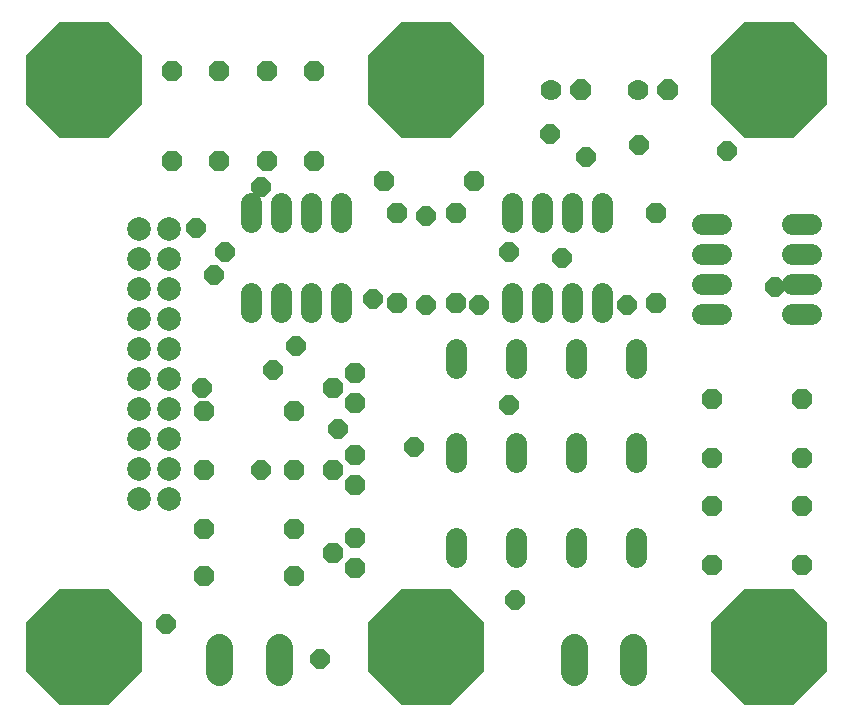
<source format=gbr>
G75*
%MOIN*%
%OFA0B0*%
%FSLAX25Y25*%
%IPPOS*%
%LPD*%
%AMOC8*
5,1,8,0,0,1.08239X$1,22.5*
%
%ADD10OC8,0.07000*%
%ADD11C,0.07000*%
%ADD12C,0.07150*%
%ADD13C,0.09150*%
%ADD14OC8,0.06706*%
%ADD15C,0.07887*%
%ADD16OC8,0.06400*%
%ADD17OC8,0.38989*%
D10*
X0217831Y0219444D03*
X0246729Y0219444D03*
D11*
X0236729Y0219444D03*
X0207831Y0219444D03*
D12*
X0204642Y0181792D02*
X0204642Y0175443D01*
X0214642Y0175443D02*
X0214642Y0181792D01*
X0224642Y0181792D02*
X0224642Y0175443D01*
X0224642Y0151792D02*
X0224642Y0145443D01*
X0214642Y0145443D02*
X0214642Y0151792D01*
X0204642Y0151792D02*
X0204642Y0145443D01*
X0194642Y0145443D02*
X0194642Y0151792D01*
X0196138Y0133170D02*
X0196138Y0126820D01*
X0176138Y0126820D02*
X0176138Y0133170D01*
X0176138Y0101674D02*
X0176138Y0095324D01*
X0196138Y0095324D02*
X0196138Y0101674D01*
X0216138Y0101674D02*
X0216138Y0095324D01*
X0236138Y0095324D02*
X0236138Y0101674D01*
X0236138Y0126820D02*
X0236138Y0133170D01*
X0216138Y0133170D02*
X0216138Y0126820D01*
X0258200Y0144680D02*
X0264549Y0144680D01*
X0264549Y0154680D02*
X0258200Y0154680D01*
X0258200Y0164680D02*
X0264549Y0164680D01*
X0264549Y0174680D02*
X0258200Y0174680D01*
X0288200Y0174680D02*
X0294549Y0174680D01*
X0294549Y0164680D02*
X0288200Y0164680D01*
X0288200Y0154680D02*
X0294549Y0154680D01*
X0294549Y0144680D02*
X0288200Y0144680D01*
X0236138Y0070178D02*
X0236138Y0063828D01*
X0216138Y0063828D02*
X0216138Y0070178D01*
X0196138Y0070178D02*
X0196138Y0063828D01*
X0176138Y0063828D02*
X0176138Y0070178D01*
X0137831Y0145443D02*
X0137831Y0151792D01*
X0127831Y0151792D02*
X0127831Y0145443D01*
X0117831Y0145443D02*
X0117831Y0151792D01*
X0107831Y0151792D02*
X0107831Y0145443D01*
X0107831Y0175443D02*
X0107831Y0181792D01*
X0117831Y0181792D02*
X0117831Y0175443D01*
X0127831Y0175443D02*
X0127831Y0181792D01*
X0137831Y0181792D02*
X0137831Y0175443D01*
X0194642Y0175443D02*
X0194642Y0181792D01*
D13*
X0215294Y0033934D02*
X0215294Y0025584D01*
X0235094Y0025584D02*
X0235094Y0033934D01*
X0116983Y0033934D02*
X0116983Y0025584D01*
X0097183Y0025584D02*
X0097183Y0033934D01*
D14*
X0092083Y0057318D03*
X0092083Y0073066D03*
X0092083Y0092751D03*
X0092083Y0112436D03*
X0122083Y0112436D03*
X0135016Y0120310D03*
X0142516Y0115310D03*
X0142516Y0125310D03*
X0156296Y0148617D03*
X0175981Y0148617D03*
X0175981Y0178617D03*
X0182005Y0189050D03*
X0156296Y0178617D03*
X0152005Y0189050D03*
X0128737Y0195861D03*
X0112989Y0195861D03*
X0097241Y0195861D03*
X0081493Y0195861D03*
X0081493Y0225861D03*
X0097241Y0225861D03*
X0112989Y0225861D03*
X0128737Y0225861D03*
X0242753Y0178617D03*
X0242753Y0148617D03*
X0261375Y0116373D03*
X0261375Y0096688D03*
X0261375Y0080940D03*
X0261375Y0061255D03*
X0291375Y0061255D03*
X0291375Y0080940D03*
X0291375Y0096688D03*
X0291375Y0116373D03*
X0142516Y0097751D03*
X0135016Y0092751D03*
X0142516Y0087751D03*
X0142516Y0070192D03*
X0135016Y0065192D03*
X0142516Y0060192D03*
X0122083Y0057318D03*
X0122083Y0073066D03*
X0122083Y0092751D03*
D15*
X0080587Y0093184D03*
X0070587Y0093184D03*
X0070587Y0083184D03*
X0080587Y0083184D03*
X0080587Y0103184D03*
X0070587Y0103184D03*
X0070587Y0113184D03*
X0070587Y0123184D03*
X0080587Y0123184D03*
X0080587Y0113184D03*
X0080587Y0133184D03*
X0070587Y0133184D03*
X0070587Y0143184D03*
X0070587Y0153184D03*
X0080587Y0153184D03*
X0080587Y0143184D03*
X0080587Y0163184D03*
X0070587Y0163184D03*
X0070587Y0173184D03*
X0080587Y0173184D03*
D16*
X0089367Y0173460D03*
X0099209Y0165586D03*
X0095272Y0157712D03*
X0122831Y0134090D03*
X0114957Y0126216D03*
X0091335Y0120310D03*
X0111020Y0092751D03*
X0136611Y0106531D03*
X0162201Y0100625D03*
X0193698Y0114405D03*
X0183855Y0147869D03*
X0166138Y0147869D03*
X0148422Y0149838D03*
X0166138Y0177397D03*
X0193698Y0165586D03*
X0211414Y0163617D03*
X0233068Y0147869D03*
X0282280Y0153775D03*
X0266532Y0199050D03*
X0237005Y0201019D03*
X0219288Y0197082D03*
X0207477Y0204956D03*
X0111020Y0187239D03*
X0195666Y0049444D03*
X0130705Y0029759D03*
X0079524Y0041570D03*
D17*
X0051965Y0033696D03*
X0166138Y0033696D03*
X0280312Y0033696D03*
X0280312Y0222672D03*
X0166138Y0222672D03*
X0051965Y0222672D03*
M02*

</source>
